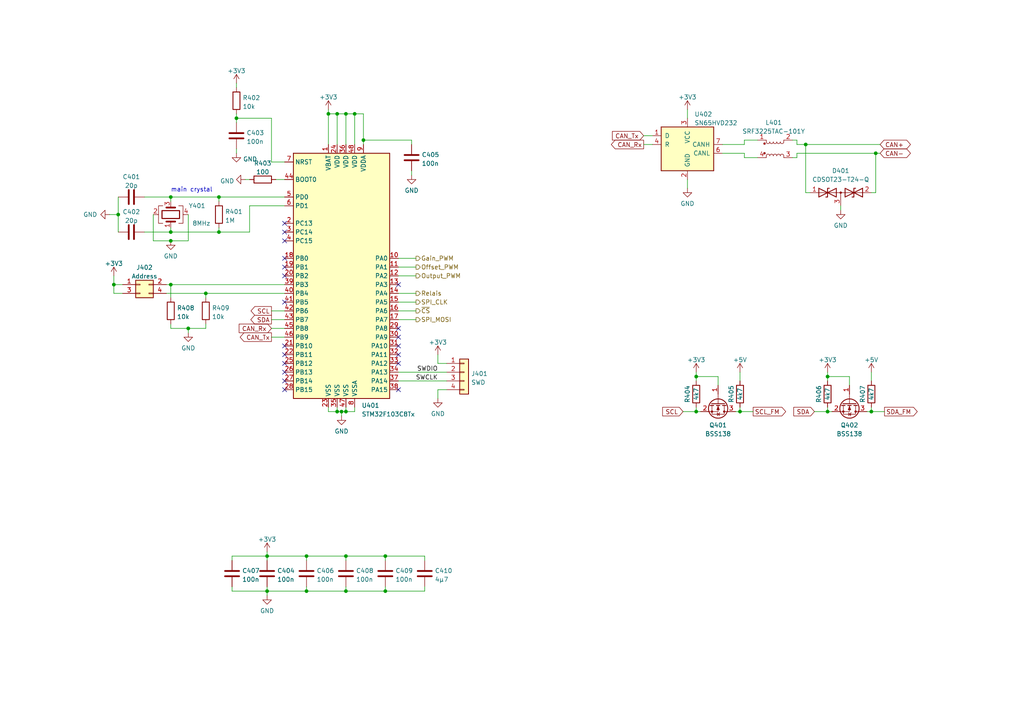
<source format=kicad_sch>
(kicad_sch (version 20211123) (generator eeschema)
  (paper "A4")
  (title_block (title "CPU") (date "2022-11-24") (rev "V1") (company "Synthron"))
  (lib_symbols
    (symbol "Connector_Generic:Conn_01x04" (pin_names (offset 1.016) hide)
      (property "Reference" "J" (at 0 5.08 0))
      (property "Value" "Conn_01x04" (at 0 -7.62 0))
      (symbol "Conn_01x04_1_1"
        (rectangle (start -1.27 -4.953) (end 0 -5.207) (stroke (width 0.1524)))
        (rectangle (start -1.27 -2.413) (end 0 -2.667) (stroke (width 0.1524)))
        (rectangle (start -1.27 0.127) (end 0 -0.127) (stroke (width 0.1524)))
        (rectangle (start -1.27 2.667) (end 0 2.413) (stroke (width 0.1524)))
        (rectangle (start -1.27 3.81) (end 1.27 -6.35) (stroke (width 0.254)) (fill (type background)))
        (pin passive line (at -5.08 2.54 0) (length 3.81) (name "Pin_1") (number "1"))
        (pin passive line (at -5.08 0 0) (length 3.81) (name "Pin_2") (number "2"))
        (pin passive line (at -5.08 -2.54 0) (length 3.81) (name "Pin_3") (number "3"))
        (pin passive line (at -5.08 -5.08 0) (length 3.81) (name "Pin_4") (number "4"))
      )
    )
    (symbol "Connector_Generic:Conn_02x02_Odd_Even" (pin_names (offset 1.016) hide)
      (property "Reference" "J" (at 1.27 2.54 0))
      (property "Value" "Conn_02x02_Odd_Even" (at 1.27 -5.08 0))
      (symbol "Conn_02x02_Odd_Even_1_1"
        (rectangle (start -1.27 -2.413) (end 0 -2.667) (stroke (width 0.1524)))
        (rectangle (start -1.27 0.127) (end 0 -0.127) (stroke (width 0.1524)))
        (rectangle (start -1.27 1.27) (end 3.81 -3.81) (stroke (width 0.254)) (fill (type background)))
        (rectangle (start 3.81 -2.413) (end 2.54 -2.667) (stroke (width 0.1524)))
        (rectangle (start 3.81 0.127) (end 2.54 -0.127) (stroke (width 0.1524)))
        (pin passive line (at -5.08 0 0) (length 3.81) (name "Pin_1") (number "1"))
        (pin passive line (at 7.62 0 180) (length 3.81) (name "Pin_2") (number "2"))
        (pin passive line (at -5.08 -2.54 0) (length 3.81) (name "Pin_3") (number "3"))
        (pin passive line (at 7.62 -2.54 180) (length 3.81) (name "Pin_4") (number "4"))
      )
    )
    (symbol "Device:C" (pin_numbers hide) (pin_names (offset 0.254))
      (property "Reference" "C" (at 0.635 2.54 0))
      (property "Value" "C" (at 0.635 -2.54 0))
      (symbol "C_0_1"
        (polyline (pts (xy -2.032 -0.762) (xy 2.032 -0.762)) (stroke (width 0.508)))
        (polyline (pts (xy -2.032 0.762) (xy 2.032 0.762)) (stroke (width 0.508)))
      )
      (symbol "C_1_1"
        (pin passive line (at 0 3.81 270) (length 2.794) (name "~") (number "1"))
        (pin passive line (at 0 -3.81 90) (length 2.794) (name "~") (number "2"))
      )
    )
    (symbol "Device:Crystal_GND24" (pin_names (offset 1.016) hide)
      (property "Reference" "Y" (at 3.175 5.08 0))
      (property "Value" "Crystal_GND24" (at 3.175 3.175 0))
      (symbol "Crystal_GND24_0_1"
        (rectangle (start -1.143 2.54) (end 1.143 -2.54) (stroke (width 0.3048)))
        (polyline (pts (xy -2.54 0) (xy -2.032 0)))
        (polyline (pts (xy -2.032 -1.27) (xy -2.032 1.27)) (stroke (width 0.508)))
        (polyline (pts (xy 0 -3.81) (xy 0 -3.556)))
        (polyline (pts (xy 0 3.556) (xy 0 3.81)))
        (polyline (pts (xy 2.032 -1.27) (xy 2.032 1.27)) (stroke (width 0.508)))
        (polyline (pts (xy 2.032 0) (xy 2.54 0)))
        (polyline (pts (xy -2.54 -2.286) (xy -2.54 -3.556) (xy 2.54 -3.556) (xy 2.54 -2.286)))
        (polyline (pts (xy -2.54 2.286) (xy -2.54 3.556) (xy 2.54 3.556) (xy 2.54 2.286)))
      )
      (symbol "Crystal_GND24_1_1"
        (pin passive line (at -3.81 0 0) (length 1.27) (name "1") (number "1"))
        (pin passive line (at 0 5.08 270) (length 1.27) (name "2") (number "2"))
        (pin passive line (at 3.81 0 180) (length 1.27) (name "3") (number "3"))
        (pin passive line (at 0 -5.08 90) (length 1.27) (name "4") (number "4"))
      )
    )
    (symbol "Device:D_TVS_Dual_AAC" (pin_names (offset 1.016) hide)
      (property "Reference" "D" (at 0 4.445 0))
      (property "Value" "D_TVS_Dual_AAC" (at 0 2.54 0))
      (symbol "D_TVS_Dual_AAC_0_0"
        (polyline (pts (xy 0 -1.27) (xy 0 0)))
      )
      (symbol "D_TVS_Dual_AAC_0_1"
        (polyline (pts (xy -6.35 0) (xy 6.35 0)))
        (polyline (pts (xy -3.302 1.27) (xy -3.81 1.27) (xy -3.81 -1.27) (xy -4.318 -1.27)) (stroke (width 0.254)))
        (polyline (pts (xy 4.318 1.27) (xy 3.81 1.27) (xy 3.81 -1.27) (xy 3.302 -1.27)) (stroke (width 0.254)))
        (polyline (pts (xy -6.35 1.27) (xy -1.27 -1.27) (xy -1.27 1.27) (xy -6.35 -1.27) (xy -6.35 1.27)) (stroke (width 0.254)))
        (polyline (pts (xy 6.35 1.27) (xy 1.27 -1.27) (xy 1.27 1.27) (xy 6.35 -1.27) (xy 6.35 1.27)) (stroke (width 0.254)))
        (circle (center 0 0) (radius 0.254) (fill (type outline)))
      )
      (symbol "D_TVS_Dual_AAC_1_1"
        (pin passive line (at -8.89 0 0) (length 2.54) (name "A1") (number "1"))
        (pin passive line (at 8.89 0 180) (length 2.54) (name "A2") (number "2"))
        (pin input line (at 0 -3.81 90) (length 2.54) (name "common") (number "3"))
      )
    )
    (symbol "Device:L_Coupled_1243" (pin_names (offset 0.254) hide)
      (property "Reference" "L" (at 0 4.445 0))
      (property "Value" "L_Coupled_1243" (at 0 -4.445 0))
      (symbol "L_Coupled_1243_0_1"
        (circle (center -3.048 -1.27) (radius 0.254) (fill (type outline)))
        (circle (center -3.048 1.524) (radius 0.254) (fill (type outline)))
        (arc (start -2.54 2.032) (mid -2.032 1.524) (end -1.524 2.032))
        (arc (start -1.524 -2.032) (mid -2.032 -1.524) (end -2.54 -2.032))
        (arc (start -1.524 2.032) (mid -1.016 1.524) (end -0.508 2.032))
        (arc (start -0.508 -2.032) (mid -1.016 -1.524) (end -1.524 -2.032))
        (arc (start -0.508 2.032) (mid 0 1.524) (end 0.508 2.032))
        (polyline (pts (xy -2.54 -2.032) (xy -2.54 -2.54)))
        (polyline (pts (xy -2.54 2.032) (xy -2.54 2.54)))
        (polyline (pts (xy 2.54 -2.032) (xy 2.54 -2.54)))
        (polyline (pts (xy 2.54 2.54) (xy 2.54 2.032)))
        (arc (start 0.508 -2.032) (mid 0 -1.524) (end -0.508 -2.032))
        (arc (start 0.508 2.032) (mid 1.016 1.524) (end 1.524 2.032))
        (arc (start 1.524 -2.032) (mid 1.016 -1.524) (end 0.508 -2.032))
        (arc (start 1.524 2.032) (mid 2.032 1.524) (end 2.54 2.032))
        (arc (start 2.54 -2.032) (mid 2.032 -1.524) (end 1.524 -2.032))
      )
      (symbol "L_Coupled_1243_1_1"
        (pin passive line (at -5.08 2.54 0) (length 2.54) (name "1") (number "1"))
        (pin passive line (at 5.08 2.54 180) (length 2.54) (name "2") (number "2"))
        (pin passive line (at 5.08 -2.54 180) (length 2.54) (name "3") (number "3"))
        (pin passive line (at -5.08 -2.54 0) (length 2.54) (name "4") (number "4"))
      )
    )
    (symbol "Device:R" (pin_numbers hide) (pin_names (offset 0))
      (property "Reference" "R" (at 2.032 0 90))
      (property "Value" "R" (at 0 0 90))
      (symbol "R_0_1"
        (rectangle (start -1.016 -2.54) (end 1.016 2.54) (stroke (width 0.254)))
      )
      (symbol "R_1_1"
        (pin passive line (at 0 3.81 270) (length 1.27) (name "~") (number "1"))
        (pin passive line (at 0 -3.81 90) (length 1.27) (name "~") (number "2"))
      )
    )
    (symbol "Interface_CAN_LIN:SN65HVD232" (pin_names (offset 1.016))
      (property "Reference" "U" (at -2.54 10.16 0))
      (property "Value" "SN65HVD232" (at -2.54 7.62 0))
      (symbol "SN65HVD232_0_1"
        (rectangle (start -7.62 5.08) (end 7.62 -7.62) (stroke (width 0.254)) (fill (type background)))
      )
      (symbol "SN65HVD232_1_1"
        (pin input line (at -10.16 2.54 0) (length 2.54) (name "D") (number "1"))
        (pin power_in line (at 0 -10.16 90) (length 2.54) (name "GND") (number "2"))
        (pin power_in line (at 0 7.62 270) (length 2.54) (name "VCC") (number "3"))
        (pin output line (at -10.16 0 0) (length 2.54) (name "R") (number "4"))
        (pin no_connect line (at -10.16 -2.54 0) (length 2.54) hide (name "NC") (number "5"))
        (pin bidirectional line (at 10.16 -2.54 180) (length 2.54) (name "CANL") (number "6"))
        (pin bidirectional line (at 10.16 0 180) (length 2.54) (name "CANH") (number "7"))
        (pin no_connect line (at -10.16 -5.08 0) (length 2.54) hide (name "NC") (number "8"))
      )
    )
    (symbol "MCU_ST_STM32F1:STM32F103C8Tx"
      (property "Reference" "U" (at -15.24 36.83 0))
      (property "Value" "STM32F103C8Tx" (at 7.62 36.83 0))
      (symbol "STM32F103C8Tx_0_1"
        (rectangle (start -15.24 -35.56) (end 12.7 35.56) (stroke (width 0.254)) (fill (type background)))
      )
      (symbol "STM32F103C8Tx_1_1"
        (pin power_in line (at -5.08 38.1 270) (length 2.54) (name "VBAT") (number "1"))
        (pin bidirectional line (at 15.24 5.08 180) (length 2.54) (name "PA0") (number "10"))
        (pin bidirectional line (at 15.24 2.54 180) (length 2.54) (name "PA1") (number "11"))
        (pin bidirectional line (at 15.24 0 180) (length 2.54) (name "PA2") (number "12"))
        (pin bidirectional line (at 15.24 -2.54 180) (length 2.54) (name "PA3") (number "13"))
        (pin bidirectional line (at 15.24 -5.08 180) (length 2.54) (name "PA4") (number "14"))
        (pin bidirectional line (at 15.24 -7.62 180) (length 2.54) (name "PA5") (number "15"))
        (pin bidirectional line (at 15.24 -10.16 180) (length 2.54) (name "PA6") (number "16"))
        (pin bidirectional line (at 15.24 -12.7 180) (length 2.54) (name "PA7") (number "17"))
        (pin bidirectional line (at -17.78 5.08 0) (length 2.54) (name "PB0") (number "18"))
        (pin bidirectional line (at -17.78 2.54 0) (length 2.54) (name "PB1") (number "19"))
        (pin bidirectional line (at -17.78 15.24 0) (length 2.54) (name "PC13") (number "2"))
        (pin bidirectional line (at -17.78 0 0) (length 2.54) (name "PB2") (number "20"))
        (pin bidirectional line (at -17.78 -20.32 0) (length 2.54) (name "PB10") (number "21"))
        (pin bidirectional line (at -17.78 -22.86 0) (length 2.54) (name "PB11") (number "22"))
        (pin power_in line (at -5.08 -38.1 90) (length 2.54) (name "VSS") (number "23"))
        (pin power_in line (at -2.54 38.1 270) (length 2.54) (name "VDD") (number "24"))
        (pin bidirectional line (at -17.78 -25.4 0) (length 2.54) (name "PB12") (number "25"))
        (pin bidirectional line (at -17.78 -27.94 0) (length 2.54) (name "PB13") (number "26"))
        (pin bidirectional line (at -17.78 -30.48 0) (length 2.54) (name "PB14") (number "27"))
        (pin bidirectional line (at -17.78 -33.02 0) (length 2.54) (name "PB15") (number "28"))
        (pin bidirectional line (at 15.24 -15.24 180) (length 2.54) (name "PA8") (number "29"))
        (pin bidirectional line (at -17.78 12.7 0) (length 2.54) (name "PC14") (number "3"))
        (pin bidirectional line (at 15.24 -17.78 180) (length 2.54) (name "PA9") (number "30"))
        (pin bidirectional line (at 15.24 -20.32 180) (length 2.54) (name "PA10") (number "31"))
        (pin bidirectional line (at 15.24 -22.86 180) (length 2.54) (name "PA11") (number "32"))
        (pin bidirectional line (at 15.24 -25.4 180) (length 2.54) (name "PA12") (number "33"))
        (pin bidirectional line (at 15.24 -27.94 180) (length 2.54) (name "PA13") (number "34"))
        (pin power_in line (at -2.54 -38.1 90) (length 2.54) (name "VSS") (number "35"))
        (pin power_in line (at 0 38.1 270) (length 2.54) (name "VDD") (number "36"))
        (pin bidirectional line (at 15.24 -30.48 180) (length 2.54) (name "PA14") (number "37"))
        (pin bidirectional line (at 15.24 -33.02 180) (length 2.54) (name "PA15") (number "38"))
        (pin bidirectional line (at -17.78 -2.54 0) (length 2.54) (name "PB3") (number "39"))
        (pin bidirectional line (at -17.78 10.16 0) (length 2.54) (name "PC15") (number "4"))
        (pin bidirectional line (at -17.78 -5.08 0) (length 2.54) (name "PB4") (number "40"))
        (pin bidirectional line (at -17.78 -7.62 0) (length 2.54) (name "PB5") (number "41"))
        (pin bidirectional line (at -17.78 -10.16 0) (length 2.54) (name "PB6") (number "42"))
        (pin bidirectional line (at -17.78 -12.7 0) (length 2.54) (name "PB7") (number "43"))
        (pin input line (at -17.78 27.94 0) (length 2.54) (name "BOOT0") (number "44"))
        (pin bidirectional line (at -17.78 -15.24 0) (length 2.54) (name "PB8") (number "45"))
        (pin bidirectional line (at -17.78 -17.78 0) (length 2.54) (name "PB9") (number "46"))
        (pin power_in line (at 0 -38.1 90) (length 2.54) (name "VSS") (number "47"))
        (pin power_in line (at 2.54 38.1 270) (length 2.54) (name "VDD") (number "48"))
        (pin input line (at -17.78 22.86 0) (length 2.54) (name "PD0") (number "5"))
        (pin input line (at -17.78 20.32 0) (length 2.54) (name "PD1") (number "6"))
        (pin input line (at -17.78 33.02 0) (length 2.54) (name "NRST") (number "7"))
        (pin power_in line (at 2.54 -38.1 90) (length 2.54) (name "VSSA") (number "8"))
        (pin power_in line (at 5.08 38.1 270) (length 2.54) (name "VDDA") (number "9"))
      )
    )
    (symbol "Transistor_FET:BSS138" (pin_names hide)
      (property "Reference" "Q" (at 5.08 1.905 0))
      (property "Value" "BSS138" (at 5.08 0 0))
      (symbol "BSS138_0_1"
        (polyline (pts (xy 0.254 0) (xy -2.54 0)))
        (polyline (pts (xy 0.254 1.905) (xy 0.254 -1.905)) (stroke (width 0.254)))
        (polyline (pts (xy 0.762 -1.27) (xy 0.762 -2.286)) (stroke (width 0.254)))
        (polyline (pts (xy 0.762 0.508) (xy 0.762 -0.508)) (stroke (width 0.254)))
        (polyline (pts (xy 0.762 2.286) (xy 0.762 1.27)) (stroke (width 0.254)))
        (polyline (pts (xy 2.54 2.54) (xy 2.54 1.778)))
        (polyline (pts (xy 2.54 -2.54) (xy 2.54 0) (xy 0.762 0)))
        (polyline (pts (xy 0.762 -1.778) (xy 3.302 -1.778) (xy 3.302 1.778) (xy 0.762 1.778)))
        (polyline (pts (xy 1.016 0) (xy 2.032 0.381) (xy 2.032 -0.381) (xy 1.016 0)) (fill (type outline)))
        (polyline (pts (xy 2.794 0.508) (xy 2.921 0.381) (xy 3.683 0.381) (xy 3.81 0.254)))
        (polyline (pts (xy 3.302 0.381) (xy 2.921 -0.254) (xy 3.683 -0.254) (xy 3.302 0.381)))
        (circle (center 1.651 0) (radius 2.794) (stroke (width 0.254)))
        (circle (center 2.54 -1.778) (radius 0.254) (fill (type outline)))
        (circle (center 2.54 1.778) (radius 0.254) (fill (type outline)))
      )
      (symbol "BSS138_1_1"
        (pin input line (at -5.08 0 0) (length 2.54) (name "G") (number "1"))
        (pin passive line (at 2.54 -5.08 90) (length 2.54) (name "S") (number "2"))
        (pin passive line (at 2.54 5.08 270) (length 2.54) (name "D") (number "3"))
      )
    )
    (symbol "power:+3V3" (power) (pin_names (offset 0))
      (property "Value" "+3V3" (at 0 3.556 0))
      (symbol "+3V3_0_1"
        (polyline (pts (xy -0.762 1.27) (xy 0 2.54)))
        (polyline (pts (xy 0 0) (xy 0 2.54)))
        (polyline (pts (xy 0 2.54) (xy 0.762 1.27)))
      )
      (symbol "+3V3_1_1"
        (pin power_in line (at 0 0 90) (length 0) hide (name "+3V3") (number "1"))
      )
    )
    (symbol "power:+5V" (power) (pin_names (offset 0))
      (property "Value" "+5V" (at 0 3.556 0))
      (symbol "+5V_0_1"
        (polyline (pts (xy -0.762 1.27) (xy 0 2.54)))
        (polyline (pts (xy 0 0) (xy 0 2.54)))
        (polyline (pts (xy 0 2.54) (xy 0.762 1.27)))
      )
      (symbol "+5V_1_1"
        (pin power_in line (at 0 0 90) (length 0) hide (name "+5V") (number "1"))
      )
    )
    (symbol "power:GND" (power) (pin_names (offset 0))
      (property "Value" "GND" (at 0 -3.81 0))
      (symbol "GND_0_1"
        (polyline (pts (xy 0 0) (xy 0 -1.27) (xy 1.27 -1.27) (xy 0 -2.54) (xy -1.27 -1.27) (xy 0 -1.27)))
      )
      (symbol "GND_1_1"
        (pin power_in line (at 0 0 270) (length 0) hide (name "GND") (number "1"))
      )
    )
  )
  (junction (at 214.63 119.38))
  (junction (at 77.47 171.45))
  (junction (at 59.69 85.09))
  (junction (at 63.5 67.31))
  (junction (at 100.33 33.02))
  (junction (at 100.33 119.38))
  (junction (at 95.25 33.02))
  (junction (at 33.02 82.55))
  (junction (at 97.79 33.02))
  (junction (at 97.79 119.38))
  (junction (at 111.76 171.45))
  (junction (at 68.58 34.29))
  (junction (at 100.33 161.29))
  (junction (at 49.53 69.85))
  (junction (at 105.41 40.64))
  (junction (at 201.93 119.38))
  (junction (at 233.68 41.91))
  (junction (at 88.9 161.29))
  (junction (at 99.06 119.38))
  (junction (at 77.47 161.29))
  (junction (at 100.33 171.45))
  (junction (at 49.53 67.31))
  (junction (at 88.9 171.45))
  (junction (at 254 44.45))
  (junction (at 34.29 62.23))
  (junction (at 102.87 33.02))
  (junction (at 201.93 109.22))
  (junction (at 111.76 161.29))
  (junction (at 252.73 119.38))
  (junction (at 63.5 57.15))
  (junction (at 49.53 57.15))
  (junction (at 240.03 109.22))
  (junction (at 240.03 119.38))
  (junction (at 49.53 82.55))
  (junction (at 54.61 95.25))
  (no_connect (at 115.57 95.25))
  (no_connect (at 82.55 107.95))
  (no_connect (at 115.57 105.41))
  (no_connect (at 115.57 102.87))
  (no_connect (at 115.57 82.55))
  (no_connect (at 82.55 102.87))
  (no_connect (at 82.55 100.33))
  (no_connect (at 82.55 77.47))
  (no_connect (at 82.55 110.49))
  (no_connect (at 115.57 100.33))
  (no_connect (at 82.55 87.63))
  (no_connect (at 115.57 113.03))
  (no_connect (at 82.55 105.41))
  (no_connect (at 82.55 74.93))
  (no_connect (at 82.55 67.31))
  (no_connect (at 82.55 69.85))
  (no_connect (at 82.55 64.77))
  (no_connect (at 82.55 80.01))
  (no_connect (at 115.57 97.79))
  (no_connect (at 82.55 113.03))
  (wire (pts (xy 67.31 171.45) (xy 67.31 170.18)))
  (wire (pts (xy 127 113.03) (xy 129.54 113.03)))
  (wire (pts (xy 246.38 111.76) (xy 246.38 109.22)))
  (wire (pts (xy 97.79 33.02) (xy 95.25 33.02)))
  (wire (pts (xy 44.45 69.85) (xy 49.53 69.85)))
  (wire (pts (xy 77.47 161.29) (xy 88.9 161.29)))
  (wire (pts (xy 95.25 31.75) (xy 95.25 33.02)))
  (wire (pts (xy 63.5 57.15) (xy 63.5 58.42)))
  (wire (pts (xy 99.06 119.38) (xy 100.33 119.38)))
  (wire (pts (xy 77.47 171.45) (xy 67.31 171.45)))
  (wire (pts (xy 254 44.45) (xy 255.27 44.45)))
  (wire (pts (xy 252.73 119.38) (xy 251.46 119.38)))
  (wire (pts (xy 127 105.41) (xy 129.54 105.41)))
  (wire (pts (xy 214.63 119.38) (xy 213.36 119.38)))
  (wire (pts (xy 123.19 161.29) (xy 123.19 162.56)))
  (wire (pts (xy 80.01 52.07) (xy 82.55 52.07)))
  (wire (pts (xy 100.33 170.18) (xy 100.33 171.45)))
  (wire (pts (xy 115.57 90.17) (xy 120.65 90.17)))
  (wire (pts (xy 233.68 41.91) (xy 255.27 41.91)))
  (wire (pts (xy 234.95 55.88) (xy 233.68 55.88)))
  (wire (pts (xy 254 55.88) (xy 254 44.45)))
  (wire (pts (xy 48.26 82.55) (xy 49.53 82.55)))
  (wire (pts (xy 34.29 57.15) (xy 34.29 62.23)))
  (wire (pts (xy 100.33 33.02) (xy 100.33 41.91)))
  (wire (pts (xy 82.55 59.69) (xy 72.39 59.69)))
  (wire (pts (xy 105.41 40.64) (xy 105.41 41.91)))
  (wire (pts (xy 111.76 170.18) (xy 111.76 171.45)))
  (wire (pts (xy 201.93 107.95) (xy 201.93 109.22)))
  (wire (pts (xy 100.33 161.29) (xy 111.76 161.29)))
  (wire (pts (xy 105.41 33.02) (xy 105.41 40.64)))
  (wire (pts (xy 95.25 33.02) (xy 95.25 41.91)))
  (wire (pts (xy 102.87 33.02) (xy 100.33 33.02)))
  (wire (pts (xy 231.14 45.72) (xy 231.14 44.45)))
  (wire (pts (xy 201.93 118.11) (xy 201.93 119.38)))
  (wire (pts (xy 78.74 34.29) (xy 78.74 46.99)))
  (wire (pts (xy 68.58 33.02) (xy 68.58 34.29)))
  (wire (pts (xy 100.33 171.45) (xy 88.9 171.45)))
  (wire (pts (xy 49.53 95.25) (xy 54.61 95.25)))
  (wire (pts (xy 127 102.87) (xy 127 105.41)))
  (wire (pts (xy 31.75 62.23) (xy 34.29 62.23)))
  (wire (pts (xy 54.61 62.23) (xy 54.61 69.85)))
  (wire (pts (xy 72.39 59.69) (xy 72.39 67.31)))
  (wire (pts (xy 240.03 107.95) (xy 240.03 109.22)))
  (wire (pts (xy 68.58 24.13) (xy 68.58 25.4)))
  (wire (pts (xy 115.57 87.63) (xy 120.65 87.63)))
  (wire (pts (xy 49.53 57.15) (xy 49.53 58.42)))
  (wire (pts (xy 63.5 57.15) (xy 49.53 57.15)))
  (wire (pts (xy 33.02 82.55) (xy 33.02 85.09)))
  (wire (pts (xy 68.58 43.18) (xy 68.58 44.45)))
  (wire (pts (xy 105.41 33.02) (xy 102.87 33.02)))
  (wire (pts (xy 71.12 52.07) (xy 72.39 52.07)))
  (wire (pts (xy 78.74 90.17) (xy 82.55 90.17)))
  (wire (pts (xy 88.9 161.29) (xy 88.9 162.56)))
  (wire (pts (xy 115.57 92.71) (xy 120.65 92.71)))
  (wire (pts (xy 186.69 41.91) (xy 189.23 41.91)))
  (wire (pts (xy 48.26 85.09) (xy 59.69 85.09)))
  (wire (pts (xy 111.76 171.45) (xy 100.33 171.45)))
  (wire (pts (xy 115.57 77.47) (xy 120.65 77.47)))
  (wire (pts (xy 77.47 161.29) (xy 67.31 161.29)))
  (wire (pts (xy 201.93 109.22) (xy 201.93 110.49)))
  (wire (pts (xy 115.57 110.49) (xy 129.54 110.49)))
  (wire (pts (xy 102.87 119.38) (xy 102.87 118.11)))
  (wire (pts (xy 102.87 33.02) (xy 102.87 41.91)))
  (wire (pts (xy 199.39 52.07) (xy 199.39 54.61)))
  (wire (pts (xy 77.47 171.45) (xy 77.47 172.72)))
  (wire (pts (xy 49.53 93.98) (xy 49.53 95.25)))
  (wire (pts (xy 77.47 161.29) (xy 77.47 162.56)))
  (wire (pts (xy 59.69 85.09) (xy 82.55 85.09)))
  (wire (pts (xy 209.55 44.45) (xy 215.9 44.45)))
  (wire (pts (xy 215.9 41.91) (xy 215.9 40.64)))
  (wire (pts (xy 35.56 85.09) (xy 33.02 85.09)))
  (wire (pts (xy 252.73 55.88) (xy 254 55.88)))
  (wire (pts (xy 77.47 171.45) (xy 88.9 171.45)))
  (wire (pts (xy 214.63 119.38) (xy 218.44 119.38)))
  (wire (pts (xy 41.91 67.31) (xy 49.53 67.31)))
  (wire (pts (xy 252.73 118.11) (xy 252.73 119.38)))
  (wire (pts (xy 186.69 39.37) (xy 189.23 39.37)))
  (wire (pts (xy 215.9 45.72) (xy 219.71 45.72)))
  (wire (pts (xy 63.5 66.04) (xy 63.5 67.31)))
  (wire (pts (xy 209.55 41.91) (xy 215.9 41.91)))
  (wire (pts (xy 111.76 161.29) (xy 123.19 161.29)))
  (wire (pts (xy 78.74 46.99) (xy 82.55 46.99)))
  (wire (pts (xy 240.03 119.38) (xy 241.3 119.38)))
  (wire (pts (xy 35.56 82.55) (xy 33.02 82.55)))
  (wire (pts (xy 100.33 33.02) (xy 97.79 33.02)))
  (wire (pts (xy 229.87 40.64) (xy 231.14 40.64)))
  (wire (pts (xy 127 115.57) (xy 127 113.03)))
  (wire (pts (xy 59.69 85.09) (xy 59.69 86.36)))
  (wire (pts (xy 59.69 95.25) (xy 59.69 93.98)))
  (wire (pts (xy 252.73 107.95) (xy 252.73 110.49)))
  (wire (pts (xy 231.14 44.45) (xy 254 44.45)))
  (wire (pts (xy 44.45 62.23) (xy 44.45 69.85)))
  (wire (pts (xy 54.61 95.25) (xy 59.69 95.25)))
  (wire (pts (xy 63.5 57.15) (xy 82.55 57.15)))
  (wire (pts (xy 201.93 119.38) (xy 203.2 119.38)))
  (wire (pts (xy 111.76 161.29) (xy 111.76 162.56)))
  (wire (pts (xy 67.31 161.29) (xy 67.31 162.56)))
  (wire (pts (xy 233.68 41.91) (xy 233.68 55.88)))
  (wire (pts (xy 215.9 40.64) (xy 219.71 40.64)))
  (wire (pts (xy 78.74 95.25) (xy 82.55 95.25)))
  (wire (pts (xy 100.33 161.29) (xy 100.33 162.56)))
  (wire (pts (xy 78.74 92.71) (xy 82.55 92.71)))
  (wire (pts (xy 95.25 119.38) (xy 97.79 119.38)))
  (wire (pts (xy 49.53 66.04) (xy 49.53 67.31)))
  (wire (pts (xy 88.9 171.45) (xy 88.9 170.18)))
  (wire (pts (xy 88.9 161.29) (xy 100.33 161.29)))
  (wire (pts (xy 199.39 31.75) (xy 199.39 34.29)))
  (wire (pts (xy 208.28 109.22) (xy 201.93 109.22)))
  (wire (pts (xy 119.38 49.53) (xy 119.38 50.8)))
  (wire (pts (xy 214.63 118.11) (xy 214.63 119.38)))
  (wire (pts (xy 236.22 119.38) (xy 240.03 119.38)))
  (wire (pts (xy 78.74 97.79) (xy 82.55 97.79)))
  (wire (pts (xy 243.84 59.69) (xy 243.84 60.96)))
  (wire (pts (xy 54.61 69.85) (xy 49.53 69.85)))
  (wire (pts (xy 229.87 45.72) (xy 231.14 45.72)))
  (wire (pts (xy 49.53 82.55) (xy 49.53 86.36)))
  (wire (pts (xy 68.58 34.29) (xy 68.58 35.56)))
  (wire (pts (xy 246.38 109.22) (xy 240.03 109.22)))
  (wire (pts (xy 231.14 41.91) (xy 233.68 41.91)))
  (wire (pts (xy 215.9 44.45) (xy 215.9 45.72)))
  (wire (pts (xy 115.57 80.01) (xy 120.65 80.01)))
  (wire (pts (xy 95.25 118.11) (xy 95.25 119.38)))
  (wire (pts (xy 119.38 40.64) (xy 119.38 41.91)))
  (wire (pts (xy 99.06 119.38) (xy 99.06 120.65)))
  (wire (pts (xy 49.53 67.31) (xy 63.5 67.31)))
  (wire (pts (xy 214.63 107.95) (xy 214.63 110.49)))
  (wire (pts (xy 72.39 67.31) (xy 63.5 67.31)))
  (wire (pts (xy 77.47 160.02) (xy 77.47 161.29)))
  (wire (pts (xy 100.33 119.38) (xy 102.87 119.38)))
  (wire (pts (xy 34.29 62.23) (xy 34.29 67.31)))
  (wire (pts (xy 231.14 40.64) (xy 231.14 41.91)))
  (wire (pts (xy 77.47 170.18) (xy 77.47 171.45)))
  (wire (pts (xy 49.53 82.55) (xy 82.55 82.55)))
  (wire (pts (xy 115.57 107.95) (xy 129.54 107.95)))
  (wire (pts (xy 68.58 34.29) (xy 78.74 34.29)))
  (wire (pts (xy 123.19 170.18) (xy 123.19 171.45)))
  (wire (pts (xy 115.57 85.09) (xy 120.65 85.09)))
  (wire (pts (xy 198.12 119.38) (xy 201.93 119.38)))
  (wire (pts (xy 240.03 118.11) (xy 240.03 119.38)))
  (wire (pts (xy 115.57 74.93) (xy 120.65 74.93)))
  (wire (pts (xy 252.73 119.38) (xy 256.54 119.38)))
  (wire (pts (xy 54.61 95.25) (xy 54.61 96.52)))
  (wire (pts (xy 97.79 118.11) (xy 97.79 119.38)))
  (wire (pts (xy 97.79 33.02) (xy 97.79 41.91)))
  (wire (pts (xy 100.33 118.11) (xy 100.33 119.38)))
  (wire (pts (xy 208.28 111.76) (xy 208.28 109.22)))
  (wire (pts (xy 97.79 119.38) (xy 99.06 119.38)))
  (wire (pts (xy 33.02 80.01) (xy 33.02 82.55)))
  (wire (pts (xy 49.53 57.15) (xy 41.91 57.15)))
  (wire (pts (xy 123.19 171.45) (xy 111.76 171.45)))
  (wire (pts (xy 240.03 109.22) (xy 240.03 110.49)))
  (wire (pts (xy 105.41 40.64) (xy 119.38 40.64)))
  (text "main crystal" (at 49.53 55.88 0) (effects (font (size 1.27 1.27)) (justify left bottom)))
  (label "SWCLK" (at 127 110.49 180))
  (label "SWDIO" (at 127 107.95 180))
  (global_label "SCL" (shape input) (at 198.12 119.38 180) (property "Intersheet References" "${INTERSHEET_REFS}" (effects hide)))
  (global_label "SCL_FM" (shape output) (at 218.44 119.38 0) (property "Intersheet References" "${INTERSHEET_REFS}" (effects hide)))
  (global_label "SDA" (shape input) (at 236.22 119.38 180) (property "Intersheet References" "${INTERSHEET_REFS}" (effects hide)))
  (global_label "CAN+" (shape bidirectional) (at 255.27 41.91 0) (property "Intersheet References" "${INTERSHEET_REFS}" (effects hide)))
  (global_label "CAN_Tx" (shape output) (at 78.74 97.79 180) (property "Intersheet References" "${INTERSHEET_REFS}" (effects hide)))
  (global_label "CAN_Tx" (shape input) (at 186.69 39.37 180) (property "Intersheet References" "${INTERSHEET_REFS}" (effects hide)))
  (global_label "CAN_Rx" (shape input) (at 78.74 95.25 180) (property "Intersheet References" "${INTERSHEET_REFS}" (effects hide)))
  (global_label "SDA_FM" (shape output) (at 256.54 119.38 0) (property "Intersheet References" "${INTERSHEET_REFS}" (effects hide)))
  (global_label "CAN_Rx" (shape output) (at 186.69 41.91 180) (property "Intersheet References" "${INTERSHEET_REFS}" (effects hide)))
  (global_label "SDA" (shape output) (at 78.74 92.71 180) (property "Intersheet References" "${INTERSHEET_REFS}" (effects hide)))
  (global_label "CAN-" (shape bidirectional) (at 255.27 44.45 0) (property "Intersheet References" "${INTERSHEET_REFS}" (effects hide)))
  (global_label "SCL" (shape output) (at 78.74 90.17 180) (property "Intersheet References" "${INTERSHEET_REFS}" (effects hide)))
  (hierarchical_label "Relais" (shape output) (at 120.65 85.09 0))
  (hierarchical_label "Output_PWM" (shape output) (at 120.65 80.01 0))
  (hierarchical_label "SPI_CLK" (shape output) (at 120.65 87.63 0))
  (hierarchical_label "Offset_PWM" (shape output) (at 120.65 77.47 0))
  (hierarchical_label "~{CS}" (shape output) (at 120.65 90.17 0))
  (hierarchical_label "SPI_MOSI" (shape output) (at 120.65 92.71 0))
  (hierarchical_label "Gain_PWM" (shape output) (at 120.65 74.93 0))
  (symbol (lib_id "MCU_ST_STM32F1:STM32F103C8Tx") (at 100.33 80.01 0) (unit 1)
    (property "Reference" "U401" (at 104.8894 117.6004 0) (effects (justify left)))
    (property "Value" "STM32F103C8Tx" (at 104.8894 120.1373 0) (effects (justify left)))
    (property "Footprint" "Package_QFP:LQFP-48_7x7mm_P0.5mm" (effects hide))
    (property "Datasheet" "http://www.st.com/st-web-ui/static/active/en/resource/technical/document/datasheet/CD00161566.pdf" (effects hide))
  )
  (symbol (lib_id "Device:C") (at 68.58 39.37 0) (unit 1)
    (property "Reference" "C403" (at 71.501 38.5353 0) (effects (justify left)))
    (property "Value" "100n" (at 71.501 41.0722 0) (effects (justify left)))
    (property "Footprint" "Capacitor_SMD:C_0805_2012Metric" (effects hide))
  )
  (symbol (lib_id "Device:D_TVS_Dual_AAC") (at 243.84 55.88 0) (unit 1)
    (property "Reference" "D401" (at 243.84 49.53 0))
    (property "Value" "CDSOT23-T24-Q" (at 243.84 52.07 0))
    (property "Footprint" "Package_TO_SOT_SMD:SOT-23" (effects hide))
  )
  (symbol (lib_id "power:GND") (at 68.58 44.45 0) (unit 1)
    (property "Reference" "#PWR0404" (effects hide))
    (property "Value" "GND" (at 70.485 46.1538 0) (effects (justify left)))
  )
  (symbol (lib_id "Device:R") (at 49.53 90.17 0) (unit 1)
    (property "Reference" "R408" (at 51.308 89.3353 0) (effects (justify left)))
    (property "Value" "10k" (at 51.308 91.8722 0) (effects (justify left)))
    (property "Footprint" "Resistor_SMD:R_0805_2012Metric" (effects hide))
  )
  (symbol (lib_id "Interface_CAN_LIN:SN65HVD232") (at 199.39 41.91 0) (unit 1)
    (property "Reference" "U402" (at 201.4094 33.1302 0) (effects (justify left)))
    (property "Value" "SN65HVD232" (at 201.4094 35.6671 0) (effects (justify left)))
    (property "Footprint" "Package_SO:SOIC-8_3.9x4.9mm_P1.27mm" (effects hide))
    (property "Datasheet" "http://www.ti.com/lit/ds/symlink/sn65hvd230.pdf" (effects hide))
  )
  (symbol (lib_id "power:GND") (at 99.06 120.65 0) (unit 1)
    (property "Reference" "#PWR0407" (effects hide))
    (property "Value" "GND" (at 99.06 125.0934 0))
  )
  (symbol (lib_id "Device:C") (at 88.9 166.37 0) (unit 1)
    (property "Reference" "C406" (at 91.821 165.5353 0) (effects (justify left)))
    (property "Value" "100n" (at 91.821 168.0722 0) (effects (justify left)))
    (property "Footprint" "Capacitor_SMD:C_0805_2012Metric" (effects hide))
  )
  (symbol (lib_id "Transistor_FET:BSS138") (at 208.28 116.84 270) (unit 1)
    (property "Reference" "Q401" (at 208.28 123.3154 90))
    (property "Value" "BSS138" (at 208.28 125.8523 90))
    (property "Footprint" "Package_TO_SOT_SMD:SOT-23" (effects hide))
    (property "Datasheet" "https://www.onsemi.com/pub/Collateral/BSS138-D.PDF" (effects hide))
  )
  (symbol (lib_id "power:GND") (at 243.84 60.96 0) (unit 1)
    (property "Reference" "#PWR0419" (effects hide))
    (property "Value" "GND" (at 243.84 65.4034 0))
  )
  (symbol (lib_id "power:+3V3") (at 240.03 107.95 0) (unit 1)
    (property "Reference" "#PWR0418" (effects hide))
    (property "Value" "+3V3" (at 240.03 104.3742 0))
  )
  (symbol (lib_id "Transistor_FET:BSS138") (at 246.38 116.84 270) (unit 1)
    (property "Reference" "Q402" (at 246.38 123.3154 90))
    (property "Value" "BSS138" (at 246.38 125.8523 90))
    (property "Footprint" "Package_TO_SOT_SMD:SOT-23" (effects hide))
    (property "Datasheet" "https://www.onsemi.com/pub/Collateral/BSS138-D.PDF" (effects hide))
  )
  (symbol (lib_id "Device:C") (at 38.1 67.31 90) (unit 1)
    (property "Reference" "C402" (at 38.1 61.4512 90))
    (property "Value" "20p" (at 38.1 63.9881 90))
    (property "Footprint" "Capacitor_SMD:C_0805_2012Metric" (effects hide))
  )
  (symbol (lib_id "power:GND") (at 31.75 62.23 270) (unit 1)
    (property "Reference" "#PWR0401" (effects hide))
    (property "Value" "GND" (at 24.13 62.23 90) (effects (justify left)))
  )
  (symbol (lib_id "power:GND") (at 49.53 69.85 0) (unit 1)
    (property "Reference" "#PWR0402" (effects hide))
    (property "Value" "GND" (at 49.53 74.2934 0))
  )
  (symbol (lib_id "power:GND") (at 127 115.57 0) (unit 1)
    (property "Reference" "#PWR0412" (effects hide))
    (property "Value" "GND" (at 127 120.0134 0))
  )
  (symbol (lib_id "Device:R") (at 76.2 52.07 90) (unit 1)
    (property "Reference" "R403" (at 76.2 47.3542 90))
    (property "Value" "100" (at 76.2 49.8911 90))
    (property "Footprint" "Resistor_SMD:R_0805_2012Metric" (effects hide))
  )
  (symbol (lib_id "power:+3V3") (at 68.58 24.13 0) (unit 1)
    (property "Reference" "#PWR0403" (effects hide))
    (property "Value" "+3V3" (at 68.58 20.5542 0))
  )
  (symbol (lib_id "power:GND") (at 77.47 172.72 0) (unit 1)
    (property "Reference" "#PWR0409" (effects hide))
    (property "Value" "GND" (at 77.47 177.1634 0))
  )
  (symbol (lib_id "power:+3V3") (at 95.25 31.75 0) (unit 1)
    (property "Reference" "#PWR0406" (effects hide))
    (property "Value" "+3V3" (at 95.25 28.1742 0))
  )
  (symbol (lib_id "power:GND") (at 54.61 96.52 0) (unit 1)
    (property "Reference" "#PWR0421" (effects hide))
    (property "Value" "GND" (at 54.61 100.9634 0))
  )
  (symbol (lib_id "Connector_Generic:Conn_02x02_Odd_Even") (at 40.64 82.55 0) (unit 1)
    (property "Reference" "J402" (at 41.91 77.5802 0))
    (property "Value" "Address" (at 41.91 80.1171 0))
    (property "Footprint" "Connector_PinHeader_2.54mm:PinHeader_2x02_P2.54mm_Vertical" (effects hide))
  )
  (symbol (lib_id "power:+3V3") (at 127 102.87 0) (unit 1)
    (property "Reference" "#PWR0411" (effects hide))
    (property "Value" "+3V3" (at 127 99.2942 0))
  )
  (symbol (lib_id "Device:R") (at 214.63 114.3 180) (unit 1)
    (property "Reference" "R405" (at 212.09 114.3 90))
    (property "Value" "4k7" (at 214.63 114.3 90))
    (property "Footprint" "Resistor_SMD:R_0805_2012Metric" (effects hide))
  )
  (symbol (lib_id "power:+5V") (at 214.63 107.95 0) (unit 1)
    (property "Reference" "#PWR0417" (effects hide))
    (property "Value" "+5V" (at 214.63 104.3742 0))
  )
  (symbol (lib_id "Device:C") (at 119.38 45.72 0) (unit 1)
    (property "Reference" "C405" (at 122.301 44.8853 0) (effects (justify left)))
    (property "Value" "100n" (at 122.301 47.4222 0) (effects (justify left)))
    (property "Footprint" "Capacitor_SMD:C_0805_2012Metric" (effects hide))
  )
  (symbol (lib_id "Device:R") (at 240.03 114.3 180) (unit 1)
    (property "Reference" "R406" (at 237.49 114.3 90))
    (property "Value" "4k7" (at 240.03 114.3 90))
    (property "Footprint" "Resistor_SMD:R_0805_2012Metric" (effects hide))
  )
  (symbol (lib_id "Device:C") (at 123.19 166.37 0) (unit 1)
    (property "Reference" "C410" (at 126.111 165.5353 0) (effects (justify left)))
    (property "Value" "4µ7" (at 126.111 168.0722 0) (effects (justify left)))
    (property "Footprint" "Capacitor_SMD:C_0805_2012Metric" (effects hide))
  )
  (symbol (lib_id "Device:C") (at 38.1 57.15 90) (unit 1)
    (property "Reference" "C401" (at 38.1 51.2912 90))
    (property "Value" "20p" (at 38.1 53.8281 90))
    (property "Footprint" "Capacitor_SMD:C_0805_2012Metric" (effects hide))
  )
  (symbol (lib_id "Device:R") (at 201.93 114.3 180) (unit 1)
    (property "Reference" "R404" (at 199.39 114.3 90))
    (property "Value" "4k7" (at 201.93 114.3 90))
    (property "Footprint" "Resistor_SMD:R_0805_2012Metric" (effects hide))
  )
  (symbol (lib_id "Device:R") (at 59.69 90.17 0) (unit 1)
    (property "Reference" "R409" (at 61.468 89.3353 0) (effects (justify left)))
    (property "Value" "10k" (at 61.468 91.8722 0) (effects (justify left)))
    (property "Footprint" "Resistor_SMD:R_0805_2012Metric" (effects hide))
  )
  (symbol (lib_id "Device:L_Coupled_1243") (at 224.79 43.18 0) (unit 1)
    (property "Reference" "L401" (at 224.409 35.56 0))
    (property "Value" "SRF3225TAC-101Y" (at 224.409 38.1 0))
    (property "Footprint" "eigene:SRF3225TAC" (effects hide))
  )
  (symbol (lib_id "Device:C") (at 67.31 166.37 0) (unit 1)
    (property "Reference" "C407" (at 70.231 165.5353 0) (effects (justify left)))
    (property "Value" "100n" (at 70.231 168.0722 0) (effects (justify left)))
    (property "Footprint" "Capacitor_SMD:C_0805_2012Metric" (effects hide))
  )
  (symbol (lib_id "Device:R") (at 68.58 29.21 180) (unit 1)
    (property "Reference" "R402" (at 70.358 28.3753 0) (effects (justify right)))
    (property "Value" "10k" (at 70.358 30.9122 0) (effects (justify right)))
    (property "Footprint" "Resistor_SMD:R_0805_2012Metric" (effects hide))
  )
  (symbol (lib_id "power:+5V") (at 252.73 107.95 0) (unit 1)
    (property "Reference" "#PWR0420" (effects hide))
    (property "Value" "+5V" (at 252.73 104.3742 0))
  )
  (symbol (lib_id "Device:Crystal_GND24") (at 49.53 62.23 90) (unit 1)
    (property "Reference" "Y401" (at 57.15 59.69 90))
    (property "Value" "8MHz" (at 58.42 64.77 90))
    (property "Footprint" "Crystal:Crystal_SMD_5032-4Pin_5.0x3.2mm" (effects hide))
  )
  (symbol (lib_id "power:+3V3") (at 77.47 160.02 0) (unit 1)
    (property "Reference" "#PWR0408" (effects hide))
    (property "Value" "+3V3" (at 77.47 156.4442 0))
  )
  (symbol (lib_id "power:GND") (at 119.38 50.8 0) (unit 1)
    (property "Reference" "#PWR0410" (effects hide))
    (property "Value" "GND" (at 119.38 55.2434 0))
  )
  (symbol (lib_id "Connector_Generic:Conn_01x04") (at 134.62 107.95 0) (unit 1)
    (property "Reference" "J401" (at 136.652 108.3853 0) (effects (justify left)))
    (property "Value" "SWD" (at 136.652 110.9222 0) (effects (justify left)))
    (property "Footprint" "Connector_JST:JST_XH_B4B-XH-A_1x04_P2.50mm_Vertical" (effects hide))
  )
  (symbol (lib_id "power:GND") (at 199.39 54.61 0) (unit 1)
    (property "Reference" "#PWR0416" (effects hide))
    (property "Value" "GND" (at 199.39 59.0534 0))
  )
  (symbol (lib_id "power:+3V3") (at 199.39 31.75 0) (unit 1)
    (property "Reference" "#PWR0415" (effects hide))
    (property "Value" "+3V3" (at 199.39 28.1742 0))
  )
  (symbol (lib_id "Device:R") (at 252.73 114.3 180) (unit 1)
    (property "Reference" "R407" (at 250.19 114.3 90))
    (property "Value" "4k7" (at 252.73 114.3 90))
    (property "Footprint" "Resistor_SMD:R_0805_2012Metric" (effects hide))
  )
  (symbol (lib_id "Device:C") (at 111.76 166.37 0) (unit 1)
    (property "Reference" "C409" (at 114.681 165.5353 0) (effects (justify left)))
    (property "Value" "100n" (at 114.681 168.0722 0) (effects (justify left)))
    (property "Footprint" "Capacitor_SMD:C_0805_2012Metric" (effects hide))
  )
  (symbol (lib_id "power:+3V3") (at 201.93 107.95 0) (unit 1)
    (property "Reference" "#PWR0414" (effects hide))
    (property "Value" "+3V3" (at 201.93 104.3742 0))
  )
  (symbol (lib_id "Device:C") (at 100.33 166.37 0) (unit 1)
    (property "Reference" "C408" (at 103.251 165.5353 0) (effects (justify left)))
    (property "Value" "100n" (at 103.251 168.0722 0) (effects (justify left)))
    (property "Footprint" "Capacitor_SMD:C_0805_2012Metric" (effects hide))
  )
  (symbol (lib_id "power:GND") (at 71.12 52.07 270) (unit 1)
    (property "Reference" "#PWR0405" (effects hide))
    (property "Value" "GND" (at 67.9451 52.5038 90) (effects (justify right)))
  )
  (symbol (lib_id "power:+3V3") (at 33.02 80.01 0) (unit 1)
    (property "Reference" "#PWR0413" (effects hide))
    (property "Value" "+3V3" (at 33.02 76.4342 0))
  )
  (symbol (lib_id "Device:C") (at 77.47 166.37 0) (unit 1)
    (property "Reference" "C404" (at 80.391 165.5353 0) (effects (justify left)))
    (property "Value" "100n" (at 80.391 168.0722 0) (effects (justify left)))
    (property "Footprint" "Capacitor_SMD:C_0805_2012Metric" (effects hide))
  )
  (symbol (lib_id "Device:R") (at 63.5 62.23 0) (unit 1)
    (property "Reference" "R401" (at 65.278 61.3953 0) (effects (justify left)))
    (property "Value" "1M" (at 65.278 63.9322 0) (effects (justify left)))
    (property "Footprint" "Resistor_SMD:R_0805_2012Metric" (effects hide))
  )
)
</source>
